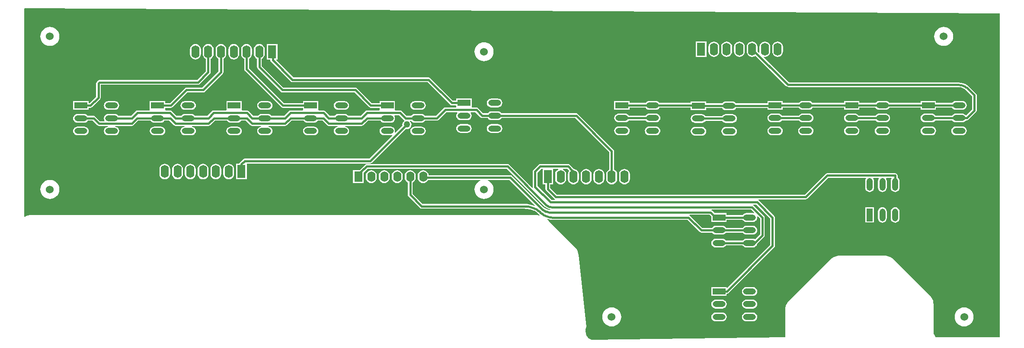
<source format=gbl>
%FSTAX23Y23*%
%MOIN*%
%SFA1B1*%

%IPPOS*%
%ADD22C,0.015750*%
%ADD23O,0.098430X0.047240*%
%ADD24R,0.098430X0.047240*%
%ADD25O,0.047240X0.098430*%
%ADD26R,0.047240X0.098430*%
%ADD27R,0.062990X0.098430*%
%ADD28O,0.062990X0.098430*%
%ADD29O,0.062990X0.078740*%
%ADD30R,0.062990X0.078740*%
%ADD31C,0.060000*%
%ADD32C,0.050000*%
%LNbutton_pad-1*%
%LPD*%
G36*
X08503Y02539D02*
Y00039D01*
X08011*
X08007Y00044*
X07999Y00055*
X07994Y00067*
X07992Y0008*
Y00086*
Y00295*
X07991Y00304*
X07988Y00322*
X0798Y0034*
X0797Y00355*
X07964Y00362*
X07686Y0064*
X07679Y00646*
X07663Y00657*
X07645Y00664*
X07625Y00668*
X07616Y00669*
X07265*
X07256Y00668*
X07236Y00664*
X07218Y00657*
X07202Y00646*
X07195Y0064*
X06879Y00324*
X06873Y00317*
X06862Y003*
X06854Y00282*
X0685Y00263*
X0685Y00253*
Y00039*
X05355Y0002*
X05349Y00023*
X05336Y00031*
X05326Y00041*
X05317Y00054*
X05312Y00068*
X05309Y00082*
X05309Y00097*
X05312Y00112*
X05315Y00119*
X05255Y00677*
X05254Y00686*
X05249Y00702*
X05242Y00717*
X05232Y00731*
X05226Y00737*
X05027Y00936*
X05022Y00942*
X05015Y00947*
X05017Y00952*
X05018Y00952*
X05039Y00947*
X05061Y00946*
Y00946*
X06096*
X06189Y00853*
Y00853*
X06195Y00849*
X06202Y00847*
X06284*
X06289Y00842*
X06296Y00836*
X06304Y00833*
X06312Y00832*
X06364*
X06372Y00833*
X06381Y00836*
X06388Y00842*
X06392Y00847*
X0652*
X06525Y00842*
X06532Y00836*
X0654Y00833*
X06549Y00832*
X066*
X06609Y00833*
X06617Y00836*
X06624Y00842*
X06629Y00849*
X06633Y00857*
X06634Y00866*
X06633Y00874*
X06629Y00883*
X06624Y0089*
X06617Y00895*
X06609Y00898*
X066Y009*
X06549*
X0654Y00898*
X06532Y00895*
X06525Y0089*
X0652Y00884*
X06392*
X06388Y0089*
X06381Y00895*
X06372Y00898*
X06364Y009*
X06312*
X06304Y00898*
X06296Y00895*
X06289Y0089*
X06284Y00884*
X06209*
X06116Y00977*
X06111Y0098*
X06112Y00985*
X06266*
X06279Y00972*
Y0093*
X06397*
Y00946*
X0652*
X06525Y0094*
X06532Y00935*
X0654Y00931*
X06549Y0093*
X066*
X06609Y00931*
X06617Y00935*
X06624Y0094*
X06629Y00947*
X06633Y00955*
X06634Y00964*
X06633Y00971*
X06638Y00973*
X06655Y00957*
Y00835*
X06616Y00797*
X06609Y008*
X066Y00801*
X06549*
X0654Y008*
X06532Y00797*
X06525Y00791*
X0652Y00785*
X06392*
X06388Y00791*
X06381Y00797*
X06372Y008*
X06364Y00801*
X06312*
X06304Y008*
X06296Y00797*
X06289Y00791*
X06283Y00784*
X0628Y00776*
X06279Y00767*
X0628Y00758*
X06283Y0075*
X06289Y00743*
X06296Y00738*
X06304Y00734*
X06312Y00733*
X06364*
X06372Y00734*
X06381Y00738*
X06388Y00743*
X06392Y00749*
X0652*
X06525Y00743*
X06532Y00738*
X0654Y00734*
X06549Y00733*
X066*
X06609Y00734*
X06617Y00738*
X06624Y00743*
X06629Y0075*
X06633Y00758*
X06633Y00762*
X06686Y00815*
X0669Y0082*
X06691Y00827*
Y00964*
X0669Y00971*
X06686Y00977*
X06607Y01056*
X06602Y01059*
X06603Y01064*
X06626*
X06733Y00957*
Y00753*
X06402Y00421*
X06397Y00423*
Y00427*
X06279*
Y0036*
X06397*
Y00371*
X064Y00375*
X06406Y00376*
X06412Y0038*
X06764Y00732*
X06768Y00738*
X0677Y00745*
Y00964*
X06768Y00971*
X06764Y00977*
X06646Y01095*
X06641Y01098*
X06642Y01103*
X07007*
X07014Y01105*
X0702Y01109*
X07181Y01269*
X0747*
X07472Y01265*
X0747Y01263*
X07467Y01254*
X07466Y01246*
Y01194*
X07467Y01186*
X0747Y01177*
X07476Y0117*
X07483Y01165*
X07491Y01162*
X075Y0116*
X07508Y01162*
X07516Y01165*
X07523Y0117*
X07529Y01177*
X07532Y01186*
X07533Y01194*
Y01246*
X07532Y01254*
X07529Y01263*
X07527Y01265*
X07529Y01269*
X07568*
X0757Y01265*
X07569Y01263*
X07565Y01254*
X07564Y01246*
Y01194*
X07565Y01186*
X07569Y01177*
X07574Y0117*
X07581Y01165*
X07589Y01162*
X07598Y0116*
X07607Y01162*
X07615Y01165*
X07622Y0117*
X07627Y01177*
X07631Y01186*
X07632Y01194*
Y01246*
X07631Y01254*
X07627Y01263*
X07626Y01265*
X07628Y01269*
X07667*
X07669Y01265*
X07667Y01263*
X07664Y01254*
X07662Y01246*
Y01194*
X07664Y01186*
X07667Y01177*
X07672Y0117*
X07679Y01165*
X07688Y01162*
X07696Y0116*
X07705Y01162*
X07713Y01165*
X0772Y0117*
X07726Y01177*
X07729Y01186*
X0773Y01194*
Y01246*
X07729Y01254*
X07726Y01263*
X0772Y0127*
X07715Y01274*
Y01288*
X07713Y01294*
X07709Y013*
X07703Y01304*
X07696Y01306*
X07173*
X07166Y01304*
X0716Y013*
X07Y0114*
X05088*
X05037Y01191*
Y0122*
X05061*
Y01335*
Y01338*
X05065Y0134*
X05099*
X051Y01335*
X05097Y01333*
X05088Y01326*
X05081Y01318*
X05077Y01308*
X05076Y01297*
Y01261*
X05077Y0125*
X05081Y0124*
X05088Y01232*
X05097Y01225*
X05107Y01221*
X05118Y01219*
X05128Y01221*
X05139Y01225*
X05147Y01232*
X05154Y0124*
X05158Y0125*
X05159Y01261*
Y01297*
X05158Y01308*
X05154Y01318*
X05147Y01326*
X05139Y01333*
X05135Y01335*
X05136Y0134*
X05169*
X05185Y01324*
X0518Y01318*
X05176Y01308*
X05174Y01297*
Y01261*
X05176Y0125*
X0518Y0124*
X05186Y01232*
X05195Y01225*
X05205Y01221*
X05216Y01219*
X05227Y01221*
X05237Y01225*
X05246Y01232*
X05252Y0124*
X05256Y0125*
X05258Y01261*
Y01297*
X05256Y01308*
X05252Y01318*
X05246Y01326*
X05237Y01333*
X05227Y01337*
X05222Y01338*
X0522Y0134*
X0519Y01371*
X05184Y01375*
X05177Y01376*
X0496*
X04953Y01375*
X04947Y01371*
X04908Y01331*
X04904Y01325*
X04903Y01318*
Y012*
X04903Y01197*
X04899Y01194*
X04722Y01371*
X04716Y01375*
X04709Y01376*
X03622*
X03615Y01375*
X03609Y01371*
X03569Y01331*
X03567Y01328*
X03516*
Y0123*
X03599*
Y01301*
X036Y01303*
Y0131*
X03629Y0134*
X04702*
X04983Y01058*
X04987Y01054*
X05002Y01042*
X0502Y01032*
X05038Y01027*
X05037Y01022*
X05025Y01023*
X0501Y01028*
X04995Y01035*
X04987Y01042*
X04983Y01046*
X0498Y01049*
X04744Y01284*
X04738Y01288*
X04731Y0129*
X04099*
X04098Y01298*
X04094Y01308*
X04087Y01317*
X04079Y01323*
X04069Y01327*
X04058Y01329*
X04047Y01327*
X04037Y01323*
X04028Y01317*
X04022Y01308*
X04017Y01298*
X04016Y01287*
Y01271*
X04017Y0126*
X04022Y0125*
X04028Y01242*
X04037Y01235*
X04047Y01231*
X04058Y01229*
X04069Y01231*
X04079Y01235*
X04087Y01242*
X04094Y0125*
X04095Y01253*
X04498*
X04499Y01248*
X04486Y01242*
X04475Y01232*
X04466Y01221*
X04459Y01209*
X04455Y01195*
X04454Y01181*
X04455Y01166*
X04459Y01153*
X04466Y0114*
X04475Y01129*
X04486Y0112*
X04499Y01113*
X04513Y01109*
X04527Y01107*
X04541Y01109*
X04555Y01113*
X04568Y0112*
X04579Y01129*
X04588Y0114*
X04595Y01153*
X04599Y01166*
X046Y01181*
X04599Y01195*
X04595Y01209*
X04588Y01221*
X04579Y01232*
X04568Y01242*
X04555Y01248*
X04556Y01253*
X04724*
X0492Y01057*
X04917Y01053*
X04911Y01055*
X04884Y01063*
X04856Y01068*
X04828Y01069*
Y01069*
X04054*
X03976Y01147*
Y01234*
X03979Y01235*
X03987Y01242*
X03994Y0125*
X03998Y0126*
X04Y01271*
Y01287*
X03998Y01298*
X03994Y01308*
X03987Y01317*
X03979Y01323*
X03969Y01327*
X03958Y01329*
X03947Y01327*
X03937Y01323*
X03928Y01317*
X03922Y01308*
X03917Y01298*
X03916Y01287*
Y01271*
X03917Y0126*
X03922Y0125*
X03928Y01242*
X03937Y01235*
X0394Y01234*
Y0114*
X03941Y01133*
X03945Y01127*
X04033Y01038*
X04039Y01034*
X04046Y01033*
X04828*
X04829Y01033*
X04856Y01031*
X04884Y01026*
X04906Y01018*
X0491Y01017*
X04915Y01015*
X04927Y01008*
X04939Y00999*
X04942Y00995*
X04956Y00983*
X04954Y00978*
X04952Y00979*
X04936Y00982*
X04921Y00984*
X04913Y00984*
X01031*
X01031*
X01025Y00983*
X01012Y00981*
X01Y00976*
X00989Y00969*
X00987Y00969*
X00984Y0097*
Y02575*
X00987Y02578*
X08503Y02539*
G37*
G36*
X04978Y01338D02*
Y01335D01*
Y0122*
X05001*
Y01183*
X05002Y01176*
X05006Y0117*
X05068Y01109*
X05073Y01105*
X05072Y011*
X05046*
X04939Y01208*
Y01311*
X04968Y0134*
X04973*
X04978Y01338*
G37*
G36*
X06609Y01002D02*
X06607Y00997D01*
X066Y00998*
X06549*
X0654Y00997*
X06532Y00993*
X06525Y00988*
X0652Y00982*
X06397*
Y00998*
X06305*
X06286Y01016*
X06281Y0102*
X06282Y01025*
X06586*
X06609Y01002*
G37*
%LNbutton_pad-2*%
%LPC*%
G36*
X0807Y02435D02*
X08056Y02434D01*
X08042Y02429*
X0803Y02423*
X08019Y02414*
X08009Y02402*
X08003Y0239*
X07998Y02376*
X07997Y02362*
X07998Y02347*
X08003Y02334*
X08009Y02321*
X08019Y0231*
X0803Y02301*
X08042Y02294*
X08056Y0229*
X0807Y02288*
X08085Y0229*
X08098Y02294*
X08111Y02301*
X08122Y0231*
X08131Y02321*
X08138Y02334*
X08142Y02347*
X08144Y02362*
X08142Y02376*
X08138Y0239*
X08131Y02402*
X08122Y02414*
X08111Y02423*
X08098Y02429*
X08085Y02434*
X0807Y02435*
G37*
G36*
X01181D02*
X01166Y02434D01*
X01153Y02429*
X0114Y02423*
X01129Y02414*
X0112Y02402*
X01113Y0239*
X01109Y02376*
X01107Y02362*
X01109Y02347*
X01113Y02334*
X0112Y02321*
X01129Y0231*
X0114Y02301*
X01153Y02294*
X01166Y0229*
X01181Y02288*
X01195Y0229*
X01209Y02294*
X01221Y02301*
X01232Y0231*
X01242Y02321*
X01248Y02334*
X01253Y02347*
X01254Y02362*
X01253Y02376*
X01248Y0239*
X01242Y02402*
X01232Y02414*
X01221Y02423*
X01209Y02429*
X01195Y02434*
X01181Y02435*
G37*
G36*
X06692Y02323D02*
X06682Y02321D01*
X06671Y02317*
X06663Y02311*
X06656Y02302*
X06652Y02292*
X06651Y02281*
Y02246*
X06651Y02239*
X06647Y02236*
X06636Y02247*
Y02281*
X06634Y02292*
X0663Y02302*
X06624Y02311*
X06615Y02317*
X06605Y02321*
X06594Y02323*
X06583Y02321*
X06573Y02317*
X06564Y02311*
X06558Y02302*
X06554Y02292*
X06552Y02281*
Y02246*
X06554Y02235*
X06558Y02225*
X06564Y02216*
X06573Y02209*
X06583Y02205*
X06594Y02204*
X06605Y02205*
X06615Y02209*
X06619Y02212*
X06843Y01989*
X06843Y01989*
X06853Y01981*
X06864Y01975*
X06876Y01971*
X06889Y0197*
X06889Y01969*
X08186*
X08187Y0197*
X08202Y01968*
X08217Y01963*
X08231Y01956*
X08243Y01946*
X08244Y01946*
X08288Y01901*
Y01798*
X08244Y01754*
X08239Y01754*
X08238Y01756*
X08231Y01761*
X08223Y01765*
X08214Y01766*
X08163*
X08154Y01765*
X08146Y01761*
X08139Y01756*
X08134Y0175*
X08006*
X08002Y01756*
X07995Y01761*
X07987Y01765*
X07978Y01766*
X07927*
X07918Y01765*
X0791Y01761*
X07903Y01756*
X07897Y01749*
X07894Y01741*
X07893Y01732*
X07894Y01723*
X07897Y01715*
X07903Y01708*
X0791Y01702*
X07918Y01699*
X07927Y01698*
X07978*
X07987Y01699*
X07995Y01702*
X08002Y01708*
X08006Y01714*
X08134*
X08139Y01708*
X08146Y01702*
X08154Y01699*
X08163Y01698*
X08214*
X08223Y01699*
X08231Y01702*
X08238Y01708*
X08243Y01714*
X08248*
X08255Y01716*
X08261Y0172*
X08319Y01778*
X08323Y01784*
X08325Y01791*
Y01908*
X08323Y01915*
X08319Y01921*
X08269Y01971*
X0827Y01971*
X08255Y01983*
X0824Y01993*
X08222Y02*
X08204Y02004*
X08186Y02006*
Y02006*
X06889*
X06889Y02006*
X06882Y02007*
X06875Y0201*
X06872Y02011*
X06869Y02015*
X06865Y02018*
X06683Y022*
X06685Y02205*
X06692Y02204*
X06703Y02205*
X06713Y02209*
X06722Y02216*
X06729Y02225*
X06733Y02235*
X06734Y02246*
Y02281*
X06733Y02292*
X06729Y02302*
X06722Y02311*
X06713Y02317*
X06703Y02321*
X06692Y02323*
G37*
G36*
X06242Y02322D02*
X06159D01*
Y02204*
X06242*
Y02322*
G37*
G36*
X06791Y02323D02*
X0678Y02321D01*
X0677Y02317*
X06761Y02311*
X06755Y02302*
X0675Y02292*
X06749Y02281*
Y02246*
X0675Y02235*
X06755Y02225*
X06761Y02216*
X0677Y02209*
X0678Y02205*
X06791Y02204*
X06802Y02205*
X06812Y02209*
X0682Y02216*
X06827Y02225*
X06831Y02235*
X06833Y02246*
Y02281*
X06831Y02292*
X06827Y02302*
X0682Y02311*
X06812Y02317*
X06802Y02321*
X06791Y02323*
G37*
G36*
X06496D02*
X06485Y02321D01*
X06475Y02317*
X06466Y02311*
X06459Y02302*
X06455Y02292*
X06454Y02281*
Y02246*
X06455Y02235*
X06459Y02225*
X06466Y02216*
X06475Y02209*
X06485Y02205*
X06496Y02204*
X06506Y02205*
X06516Y02209*
X06525Y02216*
X06532Y02225*
X06536Y02235*
X06537Y02246*
Y02281*
X06536Y02292*
X06532Y02302*
X06525Y02311*
X06516Y02317*
X06506Y02321*
X06496Y02323*
G37*
G36*
X06397D02*
X06386Y02321D01*
X06376Y02317*
X06368Y02311*
X06361Y02302*
X06357Y02292*
X06355Y02281*
Y02246*
X06357Y02235*
X06361Y02225*
X06368Y02216*
X06376Y02209*
X06386Y02205*
X06397Y02204*
X06408Y02205*
X06418Y02209*
X06427Y02216*
X06433Y02225*
X06438Y02235*
X06439Y02246*
Y02281*
X06438Y02292*
X06433Y02302*
X06427Y02311*
X06418Y02317*
X06408Y02321*
X06397Y02323*
G37*
G36*
X06299D02*
X06288Y02321D01*
X06278Y02317*
X06269Y02311*
X06262Y02302*
X06258Y02292*
X06257Y02281*
Y02246*
X06258Y02235*
X06262Y02225*
X06269Y02216*
X06278Y02209*
X06288Y02205*
X06299Y02204*
X0631Y02205*
X0632Y02209*
X06328Y02216*
X06335Y02225*
X06339Y02235*
X06341Y02246*
Y02281*
X06339Y02292*
X06335Y02302*
X06328Y02311*
X0632Y02317*
X0631Y02321*
X06299Y02323*
G37*
G36*
X02598Y02303D02*
X02587Y02302D01*
X02577Y02298*
X02568Y02291*
X02562Y02282*
X02558Y02272*
X02556Y02261*
Y02226*
X02558Y02215*
X02562Y02205*
X02568Y02196*
X02577Y0219*
X02587Y02185*
X02598Y02184*
X02609Y02185*
X02619Y0219*
X02628Y02196*
X02634Y02205*
X02638Y02215*
X0264Y02226*
Y02261*
X02638Y02272*
X02634Y02282*
X02628Y02291*
X02619Y02298*
X02609Y02302*
X02598Y02303*
G37*
G36*
X02303D02*
X02292Y02302D01*
X02282Y02298*
X02273Y02291*
X02266Y02282*
X02262Y02272*
X02261Y02261*
Y02226*
X02262Y02215*
X02266Y02205*
X02273Y02196*
X02282Y0219*
X02292Y02185*
X02303Y02184*
X02313Y02185*
X02324Y0219*
X02332Y02196*
X02339Y02205*
X02343Y02215*
X02345Y02226*
Y02261*
X02343Y02272*
X02339Y02282*
X02332Y02291*
X02324Y02298*
X02313Y02302*
X02303Y02303*
G37*
G36*
X04527Y02317D02*
X04513Y02316D01*
X04499Y02311*
X04486Y02305*
X04475Y02295*
X04466Y02284*
X04459Y02272*
X04455Y02258*
X04454Y02244*
X04455Y02229*
X04459Y02216*
X04466Y02203*
X04475Y02192*
X04486Y02183*
X04499Y02176*
X04513Y02172*
X04527Y0217*
X04541Y02172*
X04555Y02176*
X04568Y02183*
X04579Y02192*
X04588Y02203*
X04595Y02216*
X04599Y02229*
X046Y02244*
X04599Y02258*
X04595Y02272*
X04588Y02284*
X04579Y02295*
X04568Y02305*
X04555Y02311*
X04541Y02316*
X04527Y02317*
G37*
G36*
X02401Y02303D02*
X0239Y02302D01*
X0238Y02298*
X02371Y02291*
X02365Y02282*
X02361Y02272*
X02359Y02261*
Y02226*
X02361Y02215*
X02365Y02205*
X02371Y02196*
X0238Y0219*
X02383Y02189*
Y02094*
X02315Y02026*
X01564*
X01557Y02024*
X01551Y0202*
X01542Y02011*
X01538Y02005*
X01536Y01998*
Y01897*
X01486Y01847*
X01479*
Y01862*
X01361*
Y01795*
X01479*
Y0181*
X01494*
X01501Y01812*
X01507Y01816*
X01568Y01876*
X01571Y01882*
X01573Y01889*
Y01989*
X02322*
X02329Y01991*
X02335Y01994*
X02414Y02073*
X02418Y02079*
X02419Y02086*
Y02189*
X02422Y0219*
X02431Y02196*
X02437Y02205*
X02442Y02215*
X02443Y02226*
Y02261*
X02442Y02272*
X02437Y02282*
X02431Y02291*
X02422Y02298*
X02412Y02302*
X02401Y02303*
G37*
G36*
X08214Y01864D02*
X08163D01*
X08154Y01863*
X08146Y0186*
X08139Y01854*
X08134Y01848*
X08011*
Y01864*
X07893*
Y01848*
X07652*
X07648Y01854*
X0764Y0186*
X07632Y01863*
X07624Y01864*
X07572*
X07564Y01863*
X07555Y0186*
X07548Y01854*
X07544Y01848*
X07421*
Y01864*
X07302*
Y01848*
X07061*
X07057Y01854*
X0705Y0186*
X07042Y01863*
X07033Y01864*
X06982*
X06973Y01863*
X06965Y0186*
X06958Y01854*
X06953Y01848*
X0683*
Y01864*
X06712*
Y01845*
X06471*
X06466Y0185*
X06459Y01856*
X06451Y01859*
X06442Y0186*
X06391*
X06382Y01859*
X06374Y01856*
X06367Y0185*
X06363Y01845*
X0624*
Y0186*
X06121*
Y01848*
X0588*
X05876Y01854*
X05869Y0186*
X05861Y01863*
X05852Y01864*
X05801*
X05792Y01863*
X05784Y0186*
X05777Y01854*
X05772Y01848*
X05649*
Y01864*
X05531*
Y01797*
X05649*
Y01812*
X05772*
X05777Y01806*
X05784Y01801*
X05792Y01797*
X05801Y01796*
X05852*
X05861Y01797*
X05869Y01801*
X05876Y01806*
X0588Y01812*
X06121*
Y01793*
X0624*
Y01808*
X06363*
X06367Y01802*
X06374Y01797*
X06382Y01794*
X06391Y01792*
X06442*
X06451Y01794*
X06459Y01797*
X06466Y01802*
X06471Y01808*
X06712*
Y01797*
X0683*
Y01812*
X06953*
X06958Y01806*
X06965Y01801*
X06973Y01797*
X06982Y01796*
X07033*
X07042Y01797*
X0705Y01801*
X07057Y01806*
X07061Y01812*
X07302*
Y01797*
X07421*
Y01812*
X07544*
X07548Y01806*
X07555Y01801*
X07564Y01797*
X07572Y01796*
X07624*
X07632Y01797*
X0764Y01801*
X07648Y01806*
X07652Y01812*
X07893*
Y01797*
X08011*
Y01812*
X08134*
X08139Y01806*
X08146Y01801*
X08154Y01797*
X08163Y01796*
X08214*
X08223Y01797*
X08231Y01801*
X08238Y01806*
X08243Y01813*
X08247Y01821*
X08248Y0183*
X08247Y01839*
X08243Y01847*
X08238Y01854*
X08231Y0186*
X08223Y01863*
X08214Y01864*
G37*
G36*
X04634Y01882D02*
X04583D01*
X04574Y01881*
X04566Y01878*
X04559Y01872*
X04554Y01865*
X0455Y01857*
X04549Y01848*
X0455Y01839*
X04554Y01831*
X04559Y01824*
X04566Y01819*
X04574Y01815*
X04583Y01814*
X04634*
X04643Y01815*
X04651Y01819*
X04658Y01824*
X04664Y01831*
X04667Y01839*
X04668Y01848*
X04667Y01857*
X04664Y01865*
X04658Y01872*
X04651Y01878*
X04643Y01881*
X04634Y01882*
G37*
G36*
X04044Y01862D02*
X03993D01*
X03984Y01861*
X03976Y01858*
X03969Y01853*
X03963Y01845*
X0396Y01837*
X03959Y01829*
X0396Y0182*
X03963Y01812*
X03969Y01805*
X03976Y01799*
X03984Y01796*
X03993Y01795*
X04044*
X04053Y01796*
X04061Y01799*
X04068Y01805*
X04073Y01812*
X04077Y0182*
X04078Y01829*
X04077Y01837*
X04073Y01845*
X04068Y01853*
X04061Y01858*
X04053Y01861*
X04044Y01862*
G37*
G36*
X03453D02*
X03402D01*
X03393Y01861*
X03385Y01858*
X03378Y01853*
X03373Y01845*
X03369Y01837*
X03368Y01829*
X03369Y0182*
X03373Y01812*
X03378Y01805*
X03385Y01799*
X03393Y01796*
X03402Y01795*
X03453*
X03462Y01796*
X0347Y01799*
X03477Y01805*
X03483Y01812*
X03486Y0182*
X03487Y01829*
X03486Y01837*
X03483Y01845*
X03477Y01853*
X0347Y01858*
X03462Y01861*
X03453Y01862*
G37*
G36*
X02863D02*
X02811D01*
X02803Y01861*
X02795Y01858*
X02788Y01853*
X02782Y01845*
X02779Y01837*
X02778Y01829*
X02779Y0182*
X02782Y01812*
X02788Y01805*
X02795Y01799*
X02803Y01796*
X02811Y01795*
X02863*
X02871Y01796*
X0288Y01799*
X02887Y01805*
X02892Y01812*
X02895Y0182*
X02897Y01829*
X02895Y01837*
X02892Y01845*
X02887Y01853*
X0288Y01858*
X02871Y01861*
X02863Y01862*
G37*
G36*
X02272D02*
X02221D01*
X02212Y01861*
X02204Y01858*
X02197Y01853*
X02192Y01845*
X02188Y01837*
X02187Y01829*
X02188Y0182*
X02192Y01812*
X02197Y01805*
X02204Y01799*
X02212Y01796*
X02221Y01795*
X02272*
X02281Y01796*
X02289Y01799*
X02296Y01805*
X02301Y01812*
X02305Y0182*
X02306Y01829*
X02305Y01837*
X02301Y01845*
X02296Y01853*
X02289Y01858*
X02281Y01861*
X02272Y01862*
G37*
G36*
X01682D02*
X0163D01*
X01622Y01861*
X01613Y01858*
X01606Y01853*
X01601Y01845*
X01598Y01837*
X01596Y01829*
X01598Y0182*
X01601Y01812*
X01606Y01805*
X01613Y01799*
X01622Y01796*
X0163Y01795*
X01682*
X0169Y01796*
X01699Y01799*
X01706Y01805*
X01711Y01812*
X01714Y0182*
X01715Y01829*
X01714Y01837*
X01711Y01845*
X01706Y01853*
X01699Y01858*
X0169Y01861*
X01682Y01862*
G37*
G36*
X02795Y02303D02*
X02784Y02302D01*
X02774Y02298*
X02765Y02291*
X02759Y02282*
X02754Y02272*
X02753Y02261*
Y02226*
X02754Y02215*
X02759Y02205*
X02765Y02196*
X02774Y0219*
X02777Y02189*
Y02125*
X02778Y02119*
X02782Y02113*
X02959Y01935*
X02965Y01931*
X02972Y0193*
X03527*
X03642Y01816*
X03648Y01812*
X03654Y0181*
X03723*
Y01796*
Y01795*
X03721Y01791*
X03626*
X03619Y01789*
X03613Y01785*
X03576Y01748*
X03482*
X03477Y01754*
X0347Y01759*
X03462Y01763*
X03453Y01764*
X03402*
X03393Y01763*
X03385Y01759*
X03378Y01754*
X03374Y01748*
X03338*
X03301Y01785*
X03295Y01789*
X03289Y01791*
X03253*
X03251Y01795*
Y01796*
Y01862*
X03132*
Y01847*
X02985*
X02715Y02117*
Y02189*
X02717Y0219*
X02726Y02196*
X02733Y02205*
X02737Y02215*
X02738Y02226*
Y02261*
X02737Y02272*
X02733Y02282*
X02726Y02291*
X02717Y02298*
X02707Y02302*
X02696Y02303*
X02686Y02302*
X02675Y02298*
X02667Y02291*
X0266Y02282*
X02656Y02272*
X02655Y02261*
Y02226*
X02656Y02215*
X0266Y02205*
X02667Y02196*
X02675Y0219*
X02678Y02189*
Y0211*
X0268Y02103*
X02683Y02097*
X02965Y01816*
X02971Y01812*
X02977Y0181*
X03132*
Y01796*
Y01795*
X0313Y01791*
X03035*
X03028Y01789*
X03022Y01785*
X02985Y01748*
X02891*
X02887Y01754*
X0288Y01759*
X02871Y01763*
X02863Y01764*
X02811*
X02803Y01763*
X02795Y01759*
X02788Y01754*
X02783Y01748*
X02748*
X02711Y01785*
X02705Y01789*
X02699Y01791*
X02662*
X0266Y01795*
Y01796*
Y01862*
X02542*
Y01796*
Y01795*
X0254Y01791*
X02444*
X02437Y01789*
X02431Y01785*
X02394Y01748*
X02301*
X02296Y01754*
X02289Y01759*
X02281Y01763*
X02272Y01764*
X02221*
X02212Y01763*
X02204Y01759*
X02197Y01754*
X02193Y01748*
X02157*
X0212Y01785*
X02114Y01789*
X02107Y01791*
X02072*
X0207Y01795*
Y01796*
Y0181*
X02113*
X02119Y01812*
X02125Y01816*
X0224Y0193*
X02362*
X02362*
X02369Y01931*
X02375Y01935*
X02512Y02073*
X02516Y02079*
X02518Y02086*
Y02086*
Y02189*
X0252Y0219*
X02529Y02196*
X02536Y02205*
X0254Y02215*
X02541Y02226*
Y02261*
X0254Y02272*
X02536Y02282*
X02529Y02291*
X0252Y02298*
X0251Y02302*
X025Y02303*
X02489Y02302*
X02479Y02298*
X0247Y02291*
X02463Y02282*
X02459Y02272*
X02458Y02261*
Y02226*
X02459Y02215*
X02463Y02205*
X0247Y02196*
X02479Y0219*
X02481Y02189*
Y02094*
X02354Y01967*
X02232*
X02225Y01965*
X02219Y01961*
X02105Y01847*
X0207*
Y01862*
X01951*
Y01796*
Y01795*
X01949Y01791*
X01855*
X01848Y01789*
X01842Y01785*
X01805Y01748*
X0171*
X01706Y01754*
X01699Y01759*
X0169Y01763*
X01682Y01764*
X0163*
X01622Y01763*
X01613Y01759*
X01606Y01754*
X01601Y01747*
X01598Y01739*
X01596Y0173*
X01598Y01721*
X01601Y01713*
X01602Y01711*
X016Y01707*
X01567*
X01531Y01743*
X01525Y01747*
X01518Y01748*
X01474*
X01469Y01754*
X01462Y01759*
X01454Y01763*
X01445Y01764*
X01394*
X01385Y01763*
X01377Y01759*
X0137Y01754*
X01365Y01747*
X01361Y01739*
X0136Y0173*
X01361Y01721*
X01365Y01713*
X0137Y01706*
X01377Y01701*
X01385Y01697*
X01394Y01696*
X01445*
X01454Y01697*
X01462Y01701*
X01469Y01706*
X01474Y01712*
X0151*
X01547Y01676*
X01553Y01672*
X0156Y0167*
X01628*
X01628Y01665*
X01622Y01664*
X01613Y01661*
X01606Y01656*
X01601Y01649*
X01598Y0164*
X01596Y01632*
X01598Y01623*
X01601Y01615*
X01606Y01608*
X01613Y01602*
X01622Y01599*
X0163Y01598*
X01682*
X0169Y01599*
X01699Y01602*
X01706Y01608*
X01711Y01615*
X01714Y01623*
X01715Y01632*
X01714Y0164*
X01711Y01649*
X01706Y01656*
X01699Y01661*
X0169Y01664*
X01684Y01665*
X01684Y0167*
X01812*
X01819Y01672*
X01825Y01676*
X01861Y01712*
X01956*
X01961Y01706*
X01968Y01701*
X01976Y01697*
X01985Y01696*
X02036*
X02045Y01697*
X02053Y01701*
X0206Y01706*
X02064Y01712*
X021*
X02136Y01676*
X02142Y01672*
X02149Y0167*
X02218*
X02219Y01665*
X02212Y01664*
X02204Y01661*
X02197Y01656*
X02192Y01649*
X02188Y0164*
X02187Y01632*
X02188Y01623*
X02192Y01615*
X02197Y01608*
X02204Y01602*
X02212Y01599*
X02221Y01598*
X02272*
X02281Y01599*
X02289Y01602*
X02296Y01608*
X02301Y01615*
X02305Y01623*
X02306Y01632*
X02305Y0164*
X02301Y01649*
X02296Y01656*
X02289Y01661*
X02281Y01664*
X02274Y01665*
X02275Y0167*
X02404*
X0241Y01672*
X02416Y01676*
X02453Y01712*
X02547*
X02551Y01706*
X02558Y01701*
X02566Y01697*
X02575Y01696*
X02626*
X02635Y01697*
X02643Y01701*
X0265Y01706*
X02655Y01712*
X0269*
X02726Y01676*
X02732Y01672*
X02739Y0167*
X02809*
X02809Y01665*
X02803Y01664*
X02795Y01661*
X02788Y01656*
X02782Y01649*
X02779Y0164*
X02778Y01632*
X02779Y01623*
X02782Y01615*
X02788Y01608*
X02795Y01602*
X02803Y01599*
X02811Y01598*
X02863*
X02871Y01599*
X0288Y01602*
X02887Y01608*
X02892Y01615*
X02895Y01623*
X02897Y01632*
X02895Y0164*
X02892Y01649*
X02887Y01656*
X0288Y01661*
X02871Y01664*
X02865Y01665*
X02865Y0167*
X02994*
X03Y01672*
X03006Y01676*
X03043Y01712*
X03137*
X03142Y01706*
X03149Y01701*
X03157Y01697*
X03166Y01696*
X03217*
X03226Y01697*
X03234Y01701*
X03241Y01706*
X03245Y01712*
X03281*
X03318Y01676*
X03324Y01672*
X03331Y0167*
X03399*
X034Y01665*
X03393Y01664*
X03385Y01661*
X03378Y01656*
X03373Y01649*
X03369Y0164*
X03368Y01632*
X03369Y01623*
X03373Y01615*
X03378Y01608*
X03385Y01602*
X03393Y01599*
X03402Y01598*
X03453*
X03462Y01599*
X0347Y01602*
X03477Y01608*
X03483Y01615*
X03486Y01623*
X03487Y01632*
X03486Y0164*
X03483Y01649*
X03477Y01656*
X0347Y01661*
X03462Y01664*
X03455Y01665*
X03456Y0167*
X03584*
X03591Y01672*
X03597Y01676*
X03633Y01712*
X03728*
X03732Y01706*
X03739Y01701*
X03748Y01697*
X03756Y01696*
X03808*
X03816Y01697*
X03825Y01701*
X03832Y01706*
X03837Y01713*
X0384Y01721*
X03841Y0173*
X0384Y01739*
X03837Y01747*
X03835Y01749*
X03838Y01754*
X03872*
X03909Y01717*
X03911Y01716*
X03912Y0171*
X03908Y01706*
X03902Y01699*
X03898Y01691*
X03897Y01682*
X03898Y01673*
X03844Y01619*
X0384Y01622*
X0384Y01623*
X03841Y01632*
X0384Y0164*
X03837Y01649*
X03832Y01656*
X03825Y01661*
X03816Y01664*
X03808Y01666*
X03756*
X03748Y01664*
X03739Y01661*
X03732Y01656*
X03727Y01649*
X03724Y0164*
X03722Y01632*
X03724Y01623*
X03727Y01615*
X03732Y01608*
X03739Y01602*
X03748Y01599*
X03756Y01598*
X03808*
X03816Y01599*
X03818Y01599*
X0382Y01595*
X03643Y01418*
X02682*
X02675Y01416*
X02669Y01412*
X02644Y01387*
X0264Y01381*
X02639Y01378*
X02615*
Y01259*
X02698*
Y01378*
X02702Y01381*
X03651*
X03657Y01383*
X03663Y01387*
X03924Y01647*
X03933Y01646*
X03942Y01647*
X0395Y01651*
X03957Y01657*
X03963Y01664*
X03967Y01672*
X03968Y01682*
X03967Y01691*
X03963Y01699*
X03957Y01706*
X03957Y01707*
X03958Y01712*
X03964*
X03969Y01706*
X03976Y01701*
X03984Y01697*
X03993Y01696*
X04044*
X04053Y01697*
X04061Y01701*
X04068Y01706*
X04072Y01712*
X04163*
X04169Y01713*
X04175Y01717*
X04235Y01777*
X0432*
X04322Y01772*
X04318Y01767*
X04314Y01759*
X04313Y0175*
X04314Y01741*
X04318Y01733*
X04323Y01726*
X0433Y0172*
X04338Y01717*
X04347Y01716*
X04398*
X04407Y01717*
X04415Y0172*
X04422Y01726*
X04427Y01733*
X04431Y01741*
X04432Y0175*
X04431Y01759*
X04427Y01767*
X04423Y01772*
X04425Y01777*
X0446*
X045Y01737*
X04506Y01733*
X04513Y01732*
X04555*
X04559Y01726*
X04566Y0172*
X04574Y01717*
X04583Y01716*
X04634*
X04643Y01717*
X04651Y0172*
X04658Y01726*
X04663Y01732*
X0523*
X05493Y01469*
Y01334*
X0549Y01333*
X05482Y01326*
X05475Y01318*
X05471Y01308*
X05469Y01297*
Y01261*
X05471Y0125*
X05475Y0124*
X05482Y01232*
X0549Y01225*
X055Y01221*
X05511Y01219*
X05522Y01221*
X05532Y01225*
X05541Y01232*
X05548Y0124*
X05552Y0125*
X05553Y01261*
Y01297*
X05552Y01308*
X05548Y01318*
X05541Y01326*
X05532Y01333*
X0553Y01334*
Y01477*
X05528Y01483*
X05524Y01489*
X05251Y01763*
X05245Y01767*
X05238Y01768*
X04663*
X04658Y01774*
X04651Y01779*
X04643Y01783*
X04634Y01784*
X04583*
X04574Y01783*
X04566Y01779*
X04559Y01774*
X04555Y01768*
X04521*
X0448Y01808*
X04474Y01812*
X04468Y01814*
X04436*
X04432Y01815*
Y01819*
Y01882*
X04313*
Y01866*
X04287*
X04114Y0204*
X04108Y02044*
X04101Y02045*
X03058*
X02924Y0218*
X02926Y02184*
X02935*
Y02303*
X02852*
Y02184*
X02878*
X0288Y0218*
X02881Y02173*
X02885Y02167*
X03038Y02014*
X03038*
X03044Y0201*
X03051Y02009*
X04093*
X04267Y01835*
X04273Y01831*
X0428Y0183*
X0431*
X04313Y01826*
Y01815*
X04309Y01814*
X04228*
X04221Y01812*
X04215Y01808*
X04155Y01748*
X04072*
X04068Y01754*
X04061Y01759*
X04053Y01763*
X04044Y01764*
X03993*
X03984Y01763*
X03976Y01759*
X03969Y01754*
X03964Y01748*
X03929*
X03892Y01785*
X03886Y01789*
X0388Y01791*
X03843*
X03841Y01795*
Y01796*
Y01862*
X03723*
Y01847*
X03662*
X03548Y01961*
X03542Y01965*
X03535Y01967*
X02979*
X02813Y02133*
Y02189*
X02816Y0219*
X02824Y02196*
X02831Y02205*
X02835Y02215*
X02837Y02226*
Y02261*
X02835Y02272*
X02831Y02282*
X02824Y02291*
X02816Y02298*
X02806Y02302*
X02795Y02303*
G37*
G36*
X07624Y01766D02*
X07572D01*
X07564Y01765*
X07555Y01761*
X07548Y01756*
X07544Y0175*
X07416*
X07411Y01756*
X07404Y01761*
X07396Y01765*
X07387Y01766*
X07336*
X07327Y01765*
X07319Y01761*
X07312Y01756*
X07307Y01749*
X07303Y01741*
X07302Y01732*
X07303Y01723*
X07307Y01715*
X07312Y01708*
X07319Y01702*
X07327Y01699*
X07336Y01698*
X07387*
X07396Y01699*
X07404Y01702*
X07411Y01708*
X07416Y01714*
X07544*
X07548Y01708*
X07555Y01702*
X07564Y01699*
X07572Y01698*
X07624*
X07632Y01699*
X0764Y01702*
X07648Y01708*
X07653Y01715*
X07656Y01723*
X07657Y01732*
X07656Y01741*
X07653Y01749*
X07648Y01756*
X0764Y01761*
X07632Y01765*
X07624Y01766*
G37*
G36*
X07033D02*
X06982D01*
X06973Y01765*
X06965Y01761*
X06958Y01756*
X06953Y0175*
X06825*
X06821Y01756*
X06814Y01761*
X06806Y01765*
X06797Y01766*
X06746*
X06737Y01765*
X06729Y01761*
X06722Y01756*
X06716Y01749*
X06713Y01741*
X06712Y01732*
X06713Y01723*
X06716Y01715*
X06722Y01708*
X06729Y01702*
X06737Y01699*
X06746Y01698*
X06797*
X06806Y01699*
X06814Y01702*
X06821Y01708*
X06825Y01714*
X06953*
X06958Y01708*
X06965Y01702*
X06973Y01699*
X06982Y01698*
X07033*
X07042Y01699*
X0705Y01702*
X07057Y01708*
X07062Y01715*
X07066Y01723*
X07067Y01732*
X07066Y01741*
X07062Y01749*
X07057Y01756*
X0705Y01761*
X07042Y01765*
X07033Y01766*
G37*
G36*
X05852D02*
X05801D01*
X05792Y01765*
X05784Y01761*
X05777Y01756*
X05772Y0175*
X05644*
X0564Y01756*
X05633Y01761*
X05624Y01765*
X05616Y01766*
X05564*
X05556Y01765*
X05548Y01761*
X0554Y01756*
X05535Y01749*
X05532Y01741*
X05531Y01732*
X05532Y01723*
X05535Y01715*
X0554Y01708*
X05548Y01702*
X05556Y01699*
X05564Y01698*
X05616*
X05624Y01699*
X05633Y01702*
X0564Y01708*
X05644Y01714*
X05772*
X05777Y01708*
X05784Y01702*
X05792Y01699*
X05801Y01698*
X05852*
X05861Y01699*
X05869Y01702*
X05876Y01708*
X05881Y01715*
X05885Y01723*
X05886Y01732*
X05885Y01741*
X05881Y01749*
X05876Y01756*
X05869Y01761*
X05861Y01765*
X05852Y01766*
G37*
G36*
X06442Y01762D02*
X06391D01*
X06382Y01761*
X06374Y01757*
X06367Y01752*
X06363Y01746*
X06235*
X0623Y01752*
X06223Y01757*
X06215Y01761*
X06206Y01762*
X06155*
X06146Y01761*
X06138Y01757*
X06131Y01752*
X06126Y01745*
X06122Y01737*
X06121Y01728*
X06122Y01719*
X06126Y01711*
X06131Y01704*
X06138Y01698*
X06146Y01695*
X06155Y01694*
X06206*
X06215Y01695*
X06223Y01698*
X0623Y01704*
X06235Y0171*
X06363*
X06367Y01704*
X06374Y01698*
X06382Y01695*
X06391Y01694*
X06442*
X06451Y01695*
X06459Y01698*
X06466Y01704*
X06472Y01711*
X06475Y01719*
X06476Y01728*
X06475Y01737*
X06472Y01745*
X06466Y01752*
X06459Y01757*
X06451Y01761*
X06442Y01762*
G37*
G36*
X04634Y01685D02*
X04583D01*
X04574Y01684*
X04566Y01681*
X04559Y01675*
X04554Y01668*
X0455Y0166*
X04549Y01651*
X0455Y01643*
X04554Y01634*
X04559Y01627*
X04566Y01622*
X04574Y01619*
X04583Y01617*
X04634*
X04643Y01619*
X04651Y01622*
X04658Y01627*
X04664Y01634*
X04667Y01643*
X04668Y01651*
X04667Y0166*
X04664Y01668*
X04658Y01675*
X04651Y01681*
X04643Y01684*
X04634Y01685*
G37*
G36*
X04398D02*
X04347D01*
X04338Y01684*
X0433Y01681*
X04323Y01675*
X04318Y01668*
X04314Y0166*
X04313Y01651*
X04314Y01643*
X04318Y01634*
X04323Y01627*
X0433Y01622*
X04338Y01619*
X04347Y01617*
X04398*
X04407Y01619*
X04415Y01622*
X04422Y01627*
X04427Y01634*
X04431Y01643*
X04432Y01651*
X04431Y0166*
X04427Y01668*
X04422Y01675*
X04415Y01681*
X04407Y01684*
X04398Y01685*
G37*
G36*
X08214Y01667D02*
X08163D01*
X08154Y01666*
X08146Y01663*
X08139Y01657*
X08134Y0165*
X0813Y01642*
X08129Y01633*
X0813Y01625*
X08134Y01616*
X08139Y01609*
X08146Y01604*
X08154Y01601*
X08163Y01599*
X08214*
X08223Y01601*
X08231Y01604*
X08238Y01609*
X08243Y01616*
X08247Y01625*
X08248Y01633*
X08247Y01642*
X08243Y0165*
X08238Y01657*
X08231Y01663*
X08223Y01666*
X08214Y01667*
G37*
G36*
X07978D02*
X07927D01*
X07918Y01666*
X0791Y01663*
X07903Y01657*
X07897Y0165*
X07894Y01642*
X07893Y01633*
X07894Y01625*
X07897Y01616*
X07903Y01609*
X0791Y01604*
X07918Y01601*
X07927Y01599*
X07978*
X07987Y01601*
X07995Y01604*
X08002Y01609*
X08007Y01616*
X08011Y01625*
X08012Y01633*
X08011Y01642*
X08007Y0165*
X08002Y01657*
X07995Y01663*
X07987Y01666*
X07978Y01667*
G37*
G36*
X07624D02*
X07572D01*
X07564Y01666*
X07555Y01663*
X07548Y01657*
X07543Y0165*
X0754Y01642*
X07538Y01633*
X0754Y01625*
X07543Y01616*
X07548Y01609*
X07555Y01604*
X07564Y01601*
X07572Y01599*
X07624*
X07632Y01601*
X0764Y01604*
X07648Y01609*
X07653Y01616*
X07656Y01625*
X07657Y01633*
X07656Y01642*
X07653Y0165*
X07648Y01657*
X0764Y01663*
X07632Y01666*
X07624Y01667*
G37*
G36*
X07387D02*
X07336D01*
X07327Y01666*
X07319Y01663*
X07312Y01657*
X07307Y0165*
X07303Y01642*
X07302Y01633*
X07303Y01625*
X07307Y01616*
X07312Y01609*
X07319Y01604*
X07327Y01601*
X07336Y01599*
X07387*
X07396Y01601*
X07404Y01604*
X07411Y01609*
X07417Y01616*
X0742Y01625*
X07421Y01633*
X0742Y01642*
X07417Y0165*
X07411Y01657*
X07404Y01663*
X07396Y01666*
X07387Y01667*
G37*
G36*
X07033D02*
X06982D01*
X06973Y01666*
X06965Y01663*
X06958Y01657*
X06952Y0165*
X06949Y01642*
X06948Y01633*
X06949Y01625*
X06952Y01616*
X06958Y01609*
X06965Y01604*
X06973Y01601*
X06982Y01599*
X07033*
X07042Y01601*
X0705Y01604*
X07057Y01609*
X07062Y01616*
X07066Y01625*
X07067Y01633*
X07066Y01642*
X07062Y0165*
X07057Y01657*
X0705Y01663*
X07042Y01666*
X07033Y01667*
G37*
G36*
X06797D02*
X06746D01*
X06737Y01666*
X06729Y01663*
X06722Y01657*
X06716Y0165*
X06713Y01642*
X06712Y01633*
X06713Y01625*
X06716Y01616*
X06722Y01609*
X06729Y01604*
X06737Y01601*
X06746Y01599*
X06797*
X06806Y01601*
X06814Y01604*
X06821Y01609*
X06826Y01616*
X0683Y01625*
X06831Y01633*
X0683Y01642*
X06826Y0165*
X06821Y01657*
X06814Y01663*
X06806Y01666*
X06797Y01667*
G37*
G36*
X05852D02*
X05801D01*
X05792Y01666*
X05784Y01663*
X05777Y01657*
X05771Y0165*
X05768Y01642*
X05767Y01633*
X05768Y01625*
X05771Y01616*
X05777Y01609*
X05784Y01604*
X05792Y01601*
X05801Y01599*
X05852*
X05861Y01601*
X05869Y01604*
X05876Y01609*
X05881Y01616*
X05885Y01625*
X05886Y01633*
X05885Y01642*
X05881Y0165*
X05876Y01657*
X05869Y01663*
X05861Y01666*
X05852Y01667*
G37*
G36*
X05616D02*
X05564D01*
X05556Y01666*
X05548Y01663*
X0554Y01657*
X05535Y0165*
X05532Y01642*
X05531Y01633*
X05532Y01625*
X05535Y01616*
X0554Y01609*
X05548Y01604*
X05556Y01601*
X05564Y01599*
X05616*
X05624Y01601*
X05633Y01604*
X0564Y01609*
X05645Y01616*
X05648Y01625*
X0565Y01633*
X05648Y01642*
X05645Y0165*
X0564Y01657*
X05633Y01663*
X05624Y01666*
X05616Y01667*
G37*
G36*
X04044Y01666D02*
X03993D01*
X03984Y01664*
X03976Y01661*
X03969Y01656*
X03963Y01649*
X0396Y0164*
X03959Y01632*
X0396Y01623*
X03963Y01615*
X03969Y01608*
X03976Y01602*
X03984Y01599*
X03993Y01598*
X04044*
X04053Y01599*
X04061Y01602*
X04068Y01608*
X04073Y01615*
X04077Y01623*
X04078Y01632*
X04077Y0164*
X04073Y01649*
X04068Y01656*
X04061Y01661*
X04053Y01664*
X04044Y01666*
G37*
G36*
X03217D02*
X03166D01*
X03157Y01664*
X03149Y01661*
X03142Y01656*
X03136Y01649*
X03133Y0164*
X03132Y01632*
X03133Y01623*
X03136Y01615*
X03142Y01608*
X03149Y01602*
X03157Y01599*
X03166Y01598*
X03217*
X03226Y01599*
X03234Y01602*
X03241Y01608*
X03246Y01615*
X0325Y01623*
X03251Y01632*
X0325Y0164*
X03246Y01649*
X03241Y01656*
X03234Y01661*
X03226Y01664*
X03217Y01666*
G37*
G36*
X02626D02*
X02575D01*
X02566Y01664*
X02558Y01661*
X02551Y01656*
X02546Y01649*
X02543Y0164*
X02541Y01632*
X02543Y01623*
X02546Y01615*
X02551Y01608*
X02558Y01602*
X02566Y01599*
X02575Y01598*
X02626*
X02635Y01599*
X02643Y01602*
X0265Y01608*
X02656Y01615*
X02659Y01623*
X0266Y01632*
X02659Y0164*
X02656Y01649*
X0265Y01656*
X02643Y01661*
X02635Y01664*
X02626Y01666*
G37*
G36*
X02036D02*
X01985D01*
X01976Y01664*
X01968Y01661*
X01961Y01656*
X01955Y01649*
X01952Y0164*
X01951Y01632*
X01952Y01623*
X01955Y01615*
X01961Y01608*
X01968Y01602*
X01976Y01599*
X01985Y01598*
X02036*
X02045Y01599*
X02053Y01602*
X0206Y01608*
X02065Y01615*
X02069Y01623*
X0207Y01632*
X02069Y0164*
X02065Y01649*
X0206Y01656*
X02053Y01661*
X02045Y01664*
X02036Y01666*
G37*
G36*
X01445D02*
X01394D01*
X01385Y01664*
X01377Y01661*
X0137Y01656*
X01365Y01649*
X01361Y0164*
X0136Y01632*
X01361Y01623*
X01365Y01615*
X0137Y01608*
X01377Y01602*
X01385Y01599*
X01394Y01598*
X01445*
X01454Y01599*
X01462Y01602*
X01469Y01608*
X01475Y01615*
X01478Y01623*
X01479Y01632*
X01478Y0164*
X01475Y01649*
X01469Y01656*
X01462Y01661*
X01454Y01664*
X01445Y01666*
G37*
G36*
X06442Y01663D02*
X06391D01*
X06382Y01662*
X06374Y01659*
X06367Y01653*
X06362Y01646*
X06358Y01638*
X06357Y01629*
X06358Y01621*
X06362Y01612*
X06367Y01605*
X06374Y016*
X06382Y01597*
X06391Y01596*
X06442*
X06451Y01597*
X06459Y016*
X06466Y01605*
X06472Y01612*
X06475Y01621*
X06476Y01629*
X06475Y01638*
X06472Y01646*
X06466Y01653*
X06459Y01659*
X06451Y01662*
X06442Y01663*
G37*
G36*
X06206D02*
X06155D01*
X06146Y01662*
X06138Y01659*
X06131Y01653*
X06126Y01646*
X06122Y01638*
X06121Y01629*
X06122Y01621*
X06126Y01612*
X06131Y01605*
X06138Y016*
X06146Y01597*
X06155Y01596*
X06206*
X06215Y01597*
X06223Y016*
X0623Y01605*
X06236Y01612*
X06239Y01621*
X0624Y01629*
X06239Y01638*
X06236Y01646*
X0623Y01653*
X06223Y01659*
X06215Y01662*
X06206Y01663*
G37*
G36*
X02559Y01378D02*
X02548Y01377D01*
X02538Y01372*
X02529Y01366*
X02522Y01357*
X02518Y01347*
X02517Y01336*
Y01301*
X02518Y0129*
X02522Y0128*
X02529Y01271*
X02538Y01264*
X02548Y0126*
X02559Y01259*
X02569Y0126*
X02579Y01264*
X02588Y01271*
X02595Y0128*
X02599Y0129*
X026Y01301*
Y01336*
X02599Y01347*
X02595Y01357*
X02588Y01366*
X02579Y01372*
X02569Y01377*
X02559Y01378*
G37*
G36*
X0246D02*
X02449Y01377D01*
X02439Y01372*
X02431Y01366*
X02424Y01357*
X0242Y01347*
X02418Y01336*
Y01301*
X0242Y0129*
X02424Y0128*
X02431Y01271*
X02439Y01264*
X02449Y0126*
X0246Y01259*
X02471Y0126*
X02481Y01264*
X0249Y01271*
X02496Y0128*
X02501Y0129*
X02502Y01301*
Y01336*
X02501Y01347*
X02496Y01357*
X0249Y01366*
X02481Y01372*
X02471Y01377*
X0246Y01378*
G37*
G36*
X02362D02*
X02351Y01377D01*
X02341Y01372*
X02332Y01366*
X02325Y01357*
X02321Y01347*
X0232Y01336*
Y01301*
X02321Y0129*
X02325Y0128*
X02332Y01271*
X02341Y01264*
X02351Y0126*
X02362Y01259*
X02373Y0126*
X02383Y01264*
X02391Y01271*
X02398Y0128*
X02402Y0129*
X02404Y01301*
Y01336*
X02402Y01347*
X02398Y01357*
X02391Y01366*
X02383Y01372*
X02373Y01377*
X02362Y01378*
G37*
G36*
X02263D02*
X02252Y01377D01*
X02242Y01372*
X02234Y01366*
X02227Y01357*
X02223Y01347*
X02221Y01336*
Y01301*
X02223Y0129*
X02227Y0128*
X02234Y01271*
X02242Y01264*
X02252Y0126*
X02263Y01259*
X02274Y0126*
X02284Y01264*
X02293Y01271*
X023Y0128*
X02304Y0129*
X02305Y01301*
Y01336*
X02304Y01347*
X023Y01357*
X02293Y01366*
X02284Y01372*
X02274Y01377*
X02263Y01378*
G37*
G36*
X02165D02*
X02154Y01377D01*
X02144Y01372*
X02135Y01366*
X02129Y01357*
X02124Y01347*
X02123Y01336*
Y01301*
X02124Y0129*
X02129Y0128*
X02135Y01271*
X02144Y01264*
X02154Y0126*
X02165Y01259*
X02176Y0126*
X02186Y01264*
X02194Y01271*
X02201Y0128*
X02205Y0129*
X02207Y01301*
Y01336*
X02205Y01347*
X02201Y01357*
X02194Y01366*
X02186Y01372*
X02176Y01377*
X02165Y01378*
G37*
G36*
X02066D02*
X02056Y01377D01*
X02046Y01372*
X02037Y01366*
X0203Y01357*
X02026Y01347*
X02025Y01336*
Y01301*
X02026Y0129*
X0203Y0128*
X02037Y01271*
X02046Y01264*
X02056Y0126*
X02066Y01259*
X02077Y0126*
X02087Y01264*
X02096Y01271*
X02103Y0128*
X02107Y0129*
X02108Y01301*
Y01336*
X02107Y01347*
X02103Y01357*
X02096Y01366*
X02087Y01372*
X02077Y01377*
X02066Y01378*
G37*
G36*
X03858Y01329D02*
X03847Y01327D01*
X03837Y01323*
X03828Y01317*
X03822Y01308*
X03817Y01298*
X03816Y01287*
Y01271*
X03817Y0126*
X03822Y0125*
X03828Y01242*
X03837Y01235*
X03847Y01231*
X03858Y01229*
X03869Y01231*
X03879Y01235*
X03887Y01242*
X03894Y0125*
X03898Y0126*
X039Y01271*
Y01287*
X03898Y01298*
X03894Y01308*
X03887Y01317*
X03879Y01323*
X03869Y01327*
X03858Y01329*
G37*
G36*
X03758D02*
X03747Y01327D01*
X03737Y01323*
X03728Y01317*
X03722Y01308*
X03717Y01298*
X03716Y01287*
Y01271*
X03717Y0126*
X03722Y0125*
X03728Y01242*
X03737Y01235*
X03747Y01231*
X03758Y01229*
X03769Y01231*
X03779Y01235*
X03787Y01242*
X03794Y0125*
X03798Y0126*
X038Y01271*
Y01287*
X03798Y01298*
X03794Y01308*
X03787Y01317*
X03779Y01323*
X03769Y01327*
X03758Y01329*
G37*
G36*
X03658D02*
X03647Y01327D01*
X03637Y01323*
X03628Y01317*
X03622Y01308*
X03617Y01298*
X03616Y01287*
Y01271*
X03617Y0126*
X03622Y0125*
X03628Y01242*
X03637Y01235*
X03647Y01231*
X03658Y01229*
X03669Y01231*
X03679Y01235*
X03687Y01242*
X03694Y0125*
X03698Y0126*
X037Y01271*
Y01287*
X03698Y01298*
X03694Y01308*
X03687Y01317*
X03679Y01323*
X03669Y01327*
X03658Y01329*
G37*
G36*
X0561Y01339D02*
X05599Y01337D01*
X05589Y01333*
X0558Y01326*
X05573Y01318*
X05569Y01308*
X05568Y01297*
Y01261*
X05569Y0125*
X05573Y0124*
X0558Y01232*
X05589Y01225*
X05599Y01221*
X0561Y01219*
X05621Y01221*
X05631Y01225*
X05639Y01232*
X05646Y0124*
X0565Y0125*
X05652Y01261*
Y01297*
X0565Y01308*
X05646Y01318*
X05639Y01326*
X05631Y01333*
X05621Y01337*
X0561Y01339*
G37*
G36*
X05413D02*
X05402Y01337D01*
X05392Y01333*
X05383Y01326*
X05377Y01318*
X05372Y01308*
X05371Y01297*
Y01261*
X05372Y0125*
X05377Y0124*
X05383Y01232*
X05392Y01225*
X05402Y01221*
X05413Y01219*
X05424Y01221*
X05434Y01225*
X05442Y01232*
X05449Y0124*
X05453Y0125*
X05455Y01261*
Y01297*
X05453Y01308*
X05449Y01318*
X05442Y01326*
X05434Y01333*
X05424Y01337*
X05413Y01339*
G37*
G36*
X05314D02*
X05304Y01337D01*
X05294Y01333*
X05285Y01326*
X05278Y01318*
X05274Y01308*
X05273Y01297*
Y01261*
X05274Y0125*
X05278Y0124*
X05285Y01232*
X05294Y01225*
X05304Y01221*
X05314Y01219*
X05325Y01221*
X05335Y01225*
X05344Y01232*
X05351Y0124*
X05355Y0125*
X05356Y01261*
Y01297*
X05355Y01308*
X05351Y01318*
X05344Y01326*
X05335Y01333*
X05325Y01337*
X05314Y01339*
G37*
G36*
X01181Y01254D02*
X01166Y01253D01*
X01153Y01248*
X0114Y01242*
X01129Y01232*
X0112Y01221*
X01113Y01209*
X01109Y01195*
X01107Y01181*
X01109Y01166*
X01113Y01153*
X0112Y0114*
X01129Y01129*
X0114Y0112*
X01153Y01113*
X01166Y01109*
X01181Y01107*
X01195Y01109*
X01209Y01113*
X01221Y0112*
X01232Y01129*
X01242Y0114*
X01248Y01153*
X01253Y01166*
X01254Y01181*
X01253Y01195*
X01248Y01209*
X01242Y01221*
X01232Y01232*
X01221Y01242*
X01209Y01248*
X01195Y01253*
X01181Y01254*
G37*
G36*
X07533Y01043D02*
X07466D01*
Y00925*
X07533*
Y01043*
G37*
G36*
X07696Y01043D02*
X07688Y01042D01*
X07679Y01039*
X07672Y01033*
X07667Y01026*
X07664Y01018*
X07662Y01009*
Y00958*
X07664Y00949*
X07667Y00941*
X07672Y00934*
X07679Y00929*
X07688Y00925*
X07696Y00924*
X07705Y00925*
X07713Y00929*
X0772Y00934*
X07726Y00941*
X07729Y00949*
X0773Y00958*
Y01009*
X07729Y01018*
X07726Y01026*
X0772Y01033*
X07713Y01039*
X07705Y01042*
X07696Y01043*
G37*
G36*
X07598D02*
X07589Y01042D01*
X07581Y01039*
X07574Y01033*
X07569Y01026*
X07565Y01018*
X07564Y01009*
Y00958*
X07565Y00949*
X07569Y00941*
X07574Y00934*
X07581Y00929*
X07589Y00925*
X07598Y00924*
X07607Y00925*
X07615Y00929*
X07622Y00934*
X07627Y00941*
X07631Y00949*
X07632Y00958*
Y01009*
X07631Y01018*
X07627Y01026*
X07622Y01033*
X07615Y01039*
X07607Y01042*
X07598Y01043*
G37*
G36*
X066Y00427D02*
X06549D01*
X0654Y00426*
X06532Y00423*
X06525Y00417*
X06519Y0041*
X06516Y00402*
X06515Y00393*
X06516Y00384*
X06519Y00376*
X06525Y00369*
X06532Y00364*
X0654Y0036*
X06549Y00359*
X066*
X06609Y0036*
X06617Y00364*
X06624Y00369*
X06629Y00376*
X06633Y00384*
X06634Y00393*
X06633Y00402*
X06629Y0041*
X06624Y00417*
X06617Y00423*
X06609Y00426*
X066Y00427*
G37*
G36*
Y00329D02*
X06549D01*
X0654Y00328*
X06532Y00324*
X06525Y00319*
X06519Y00312*
X06516Y00304*
X06515Y00295*
X06516Y00286*
X06519Y00278*
X06525Y00271*
X06532Y00265*
X0654Y00262*
X06549Y00261*
X066*
X06609Y00262*
X06617Y00265*
X06624Y00271*
X06629Y00278*
X06633Y00286*
X06634Y00295*
X06633Y00304*
X06629Y00312*
X06624Y00319*
X06617Y00324*
X06609Y00328*
X066Y00329*
G37*
G36*
X06364D02*
X06312D01*
X06304Y00328*
X06296Y00324*
X06289Y00319*
X06283Y00312*
X0628Y00304*
X06279Y00295*
X0628Y00286*
X06283Y00278*
X06289Y00271*
X06296Y00265*
X06304Y00262*
X06312Y00261*
X06364*
X06372Y00262*
X06381Y00265*
X06388Y00271*
X06393Y00278*
X06396Y00286*
X06398Y00295*
X06396Y00304*
X06393Y00312*
X06388Y00319*
X06381Y00324*
X06372Y00328*
X06364Y00329*
G37*
G36*
X066Y0023D02*
X06549D01*
X0654Y00229*
X06532Y00226*
X06525Y0022*
X06519Y00213*
X06516Y00205*
X06515Y00196*
X06516Y00188*
X06519Y00179*
X06525Y00172*
X06532Y00167*
X0654Y00164*
X06549Y00162*
X066*
X06609Y00164*
X06617Y00167*
X06624Y00172*
X06629Y00179*
X06633Y00188*
X06634Y00196*
X06633Y00205*
X06629Y00213*
X06624Y0022*
X06617Y00226*
X06609Y00229*
X066Y0023*
G37*
G36*
X06364D02*
X06312D01*
X06304Y00229*
X06296Y00226*
X06289Y0022*
X06283Y00213*
X0628Y00205*
X06279Y00196*
X0628Y00188*
X06283Y00179*
X06289Y00172*
X06296Y00167*
X06304Y00164*
X06312Y00162*
X06364*
X06372Y00164*
X06381Y00167*
X06388Y00172*
X06393Y00179*
X06396Y00188*
X06398Y00196*
X06396Y00205*
X06393Y00213*
X06388Y0022*
X06381Y00226*
X06372Y00229*
X06364Y0023*
G37*
G36*
X08228Y0027D02*
X08214Y00268D01*
X082Y00264*
X08187Y00257*
X08176Y00248*
X08167Y00237*
X0816Y00224*
X08156Y00211*
X08155Y00196*
X08156Y00182*
X0816Y00168*
X08167Y00156*
X08176Y00144*
X08187Y00135*
X082Y00129*
X08214Y00124*
X08228Y00123*
X08242Y00124*
X08256Y00129*
X08269Y00135*
X0828Y00144*
X08289Y00156*
X08296Y00168*
X083Y00182*
X08301Y00196*
X083Y00211*
X08296Y00224*
X08289Y00237*
X0828Y00248*
X08269Y00257*
X08256Y00264*
X08242Y00268*
X08228Y0027*
G37*
G36*
X05511D02*
X05497Y00268D01*
X05483Y00264*
X05471Y00257*
X05459Y00248*
X0545Y00237*
X05444Y00224*
X05439Y00211*
X05438Y00196*
X05439Y00182*
X05444Y00168*
X0545Y00156*
X05459Y00144*
X05471Y00135*
X05483Y00129*
X05497Y00124*
X05511Y00123*
X05526Y00124*
X05539Y00129*
X05552Y00135*
X05563Y00144*
X05572Y00156*
X05579Y00168*
X05583Y00182*
X05585Y00196*
X05583Y00211*
X05579Y00224*
X05572Y00237*
X05563Y00248*
X05552Y00257*
X05539Y00264*
X05526Y00268*
X05511Y0027*
G37*
%LNbutton_pad-3*%
%LPD*%
G54D22*
X08257Y01958D02*
X08249Y01965D01*
X08241Y01971*
X08233Y01976*
X08224Y0198*
X08215Y01983*
X08205Y01986*
X08196Y01987*
X08186Y01988*
X06856Y02002D02*
X06863Y01996D01*
X06871Y01991*
X0688Y01989*
X06889Y01988*
X04955Y01008D02*
X04962Y01001D01*
X0497Y00995*
X04978Y00989*
X04986Y00984*
X04995Y0098*
X05004Y00976*
X05013Y00972*
X05022Y00969*
X05032Y00967*
X05042Y00965*
X05052Y00964*
X05061Y00964*
X04955Y01008D02*
X04948Y01014D01*
X04941Y0102*
X04934Y01025*
X04926Y0103*
X04917Y01033*
X04908Y01037D01*
X04898Y0104*
X04888Y01043*
X04878Y01046*
X04869Y01048*
X04858Y01049*
X04848Y0105*
X04838Y01051*
X04828Y01051*
X05Y01067D02*
X05007Y01061D01*
X05014Y01056*
X05023Y01051*
X05031Y01047*
X0504Y01045*
X05049Y01043*
X05059Y01043*
X0497Y01033D02*
X04977Y01026D01*
X04985Y0102*
X04994Y01015*
X05003Y01011*
X05012Y01008*
X05021Y01005*
X05031Y01004*
X05041Y01003*
X0142Y01829D02*
X01494D01*
X01555Y01889D02*
Y01998D01*
X01494Y01829D02*
X01555Y01889D01*
X01564Y02007D02*
X02322D01*
X01555Y01998D02*
X01564Y02007D01*
X08257Y01958D02*
X08307Y01908D01*
X06889Y01988D02*
X08186D01*
X06594Y02263D02*
X06856Y02002D01*
X08307Y01791D02*
Y01908D01*
X08188Y01732D02*
X08189Y01733D01*
X08248*
X08307Y01791*
X07952Y01732D02*
X08188D01*
X07598Y0183D02*
D01*
X07952D02*
X07952D01*
X07598D02*
X07952D01*
X06417Y01826D02*
X06767D01*
X06771Y0183*
X06177D02*
X06181Y01826D01*
X05826Y0183D02*
X06177D01*
X05177Y01358D02*
X05207Y01327D01*
X04921Y01318D02*
X0496Y01358D01*
X05177*
X03622D02*
X04709D01*
X03558Y01279D02*
X03581Y01303D01*
Y01318*
X03622Y01358*
X04709D02*
X05Y01067D01*
X04921Y012D02*
Y01318D01*
Y012D02*
X05039Y01082D01*
X05081Y01122D02*
X07007D01*
X07173Y01288D02*
X07696D01*
X07007Y01122D02*
X07173Y01288D01*
X05019Y01183D02*
X05081Y01122D01*
X06633Y01082D02*
X06751Y00964D01*
X05039Y01082D02*
X06633D01*
X06751Y00745D02*
Y00964D01*
X064Y00393D02*
X06751Y00745D01*
X05059Y01043D02*
X06594D01*
X06673Y00827D02*
Y00964D01*
X06594Y01043D02*
X06673Y00964D01*
X06613Y00767D02*
X06673Y00827D01*
X06574Y00767D02*
X06613D01*
X06338D02*
X06574D01*
X03958Y0114D02*
Y01279D01*
X04046Y01051D02*
X04828D01*
X03958Y0114D02*
X04046Y01051D01*
X05061Y00964D02*
X06103D01*
X06202Y00866*
X04058Y01272D02*
X04731D01*
X0497Y01033*
X05041Y01003D02*
X05098D01*
X06338Y00964D02*
X06574D01*
X06312D02*
X06338D01*
X05098Y01003D02*
X06273D01*
X06312Y00964*
X05207Y01288D02*
X05216Y01279D01*
X05207Y01288D02*
Y01327D01*
X03051Y02027D02*
X04101D01*
X02898Y0218D02*
X03051Y02027D01*
X04101D02*
X0428Y01848D01*
X03535Y01948D02*
X03654Y01829D01*
X02795Y02125D02*
X02972Y01948D01*
X03535*
X02893Y02244D02*
X02898Y02239D01*
Y0218D02*
Y02239D01*
X02795Y02125D02*
Y02244D01*
X02232Y01948D02*
X02362D01*
X025Y02086D02*
Y02244D01*
X02362Y01948D02*
X025Y02086D01*
X02113Y01829D02*
X02232Y01948D01*
X02401Y02086D02*
Y02244D01*
X02322Y02007D02*
X02401Y02086D01*
X04058Y01272D02*
Y01279D01*
X02657Y01318D02*
Y01375D01*
X02682Y014*
X03651*
X03933Y01682*
X0428Y01848D02*
X04373D01*
X05019Y01183D02*
Y01279D01*
X07696Y0122D02*
Y01288D01*
X06338Y00393D02*
X064D01*
X04609Y0175D02*
X05238D01*
X05511Y01477*
Y01279D02*
Y01477D01*
X0201Y01829D02*
X02113D01*
X02977D02*
X03191D01*
X02696Y0211D02*
X02977Y01829D01*
X02696Y0211D02*
Y02244D01*
X03654Y01829D02*
X03782D01*
X06202Y00866D02*
X06338D01*
X06574*
X07952Y0183D02*
X08188D01*
X07362D02*
X07598D01*
X07007D02*
X07362D01*
X06771D02*
X07007D01*
X0559D02*
X05826D01*
X06181Y01826D02*
X06417D01*
X07362Y01732D02*
X07598D01*
X04513Y0175D02*
X04609D01*
X04468Y01796D02*
X04513Y0175D01*
X04228Y01796D02*
X04468D01*
X04163Y0173D02*
X04228Y01796D01*
X04018Y0173D02*
X04163D01*
X06771Y01732D02*
X07007D01*
X0559D02*
X05826D01*
X06181Y01728D02*
X06417D01*
X03922Y0173D02*
X04018D01*
X0388Y01773D02*
X03922Y0173D01*
X03626Y01773D02*
X0388D01*
X03584Y0173D02*
X03626Y01773D01*
X03428Y0173D02*
X03584D01*
X03331D02*
X03428D01*
X03289Y01773D02*
X03331Y0173D01*
X03035Y01773D02*
X03289D01*
X02993Y0173D02*
X03035Y01773D01*
X02837Y0173D02*
X02993D01*
X01656D02*
X01812D01*
X01855Y01773*
X02107*
X0215Y0173*
X02247*
X02741D02*
X02837D01*
X02699Y01773D02*
X02741Y0173D01*
X02444Y01773D02*
X02699D01*
X02402Y0173D02*
X02444Y01773D01*
X02247Y0173D02*
X02402D01*
X03191D02*
X03289D01*
X03331Y01689*
X03584*
X03626Y0173*
X03782*
X03035D02*
X03191D01*
X02994Y01689D02*
X03035Y0173D01*
X02739Y01689D02*
X02994D01*
X02698Y0173D02*
X02739Y01689D01*
X02601Y0173D02*
X02698D01*
X02445D02*
X02601D01*
X02404Y01689D02*
X02445Y0173D01*
X02149Y01689D02*
X02404D01*
X02108Y0173D02*
X02149Y01689D01*
X0201Y0173D02*
X02108D01*
X0142D02*
X01518D01*
X0156Y01689*
X01812*
X01854Y0173*
X0201*
G54D23*
X06574Y00767D03*
Y00866D03*
Y00964D03*
X06338Y00767D03*
Y00866D03*
X06574Y00196D03*
Y00295D03*
Y00393D03*
X06338Y00196D03*
Y00295D03*
X08188Y01633D03*
Y01732D03*
Y0183D03*
X07952Y01633D03*
Y01732D03*
X07598Y01633D03*
Y01732D03*
Y0183D03*
X07362Y01633D03*
Y01732D03*
X07007Y01633D03*
Y01732D03*
Y0183D03*
X06771Y01633D03*
Y01732D03*
X06417Y01629D03*
Y01728D03*
Y01826D03*
X06181Y01629D03*
Y01728D03*
X05826Y01633D03*
Y01732D03*
Y0183D03*
X0559Y01633D03*
Y01732D03*
X01656Y01632D03*
Y0173D03*
Y01829D03*
X0142Y01632D03*
Y0173D03*
X02247Y01632D03*
Y0173D03*
Y01829D03*
X0201Y01632D03*
Y0173D03*
X02837Y01632D03*
Y0173D03*
Y01829D03*
X02601Y01632D03*
Y0173D03*
X03428Y01632D03*
Y0173D03*
Y01829D03*
X03191Y01632D03*
Y0173D03*
X04018Y01632D03*
Y0173D03*
Y01829D03*
X03782Y01632D03*
Y0173D03*
X04609Y01651D03*
Y0175D03*
Y01848D03*
X04373Y01651D03*
Y0175D03*
G54D24*
X06338Y00964D03*
Y00393D03*
X07952Y0183D03*
X07362D03*
X06771D03*
X06181Y01826D03*
X0559Y0183D03*
X0142Y01829D03*
X0201D03*
X02601D03*
X03191D03*
X03782D03*
X04373Y01848D03*
G54D25*
X07696Y0122D03*
X07598D03*
X075D03*
X07696Y00984D03*
X07598D03*
G54D26*
X075Y00984D03*
G54D27*
X05019Y01279D03*
X062Y02263D03*
X02657Y01318D03*
X02893Y02244D03*
G54D28*
X05118Y01279D03*
X05216D03*
X05314D03*
X05413D03*
X05511D03*
X0561D03*
X06299Y02263D03*
X06397D03*
X06496D03*
X06594D03*
X06692D03*
X06791D03*
X02559Y01318D03*
X0246D03*
X02362D03*
X02263D03*
X02165D03*
X02066D03*
X02795Y02244D03*
X02696D03*
X02598D03*
X025D03*
X02401D03*
X02303D03*
G54D29*
X04058Y01279D03*
X03958D03*
X03858D03*
X03758D03*
X03658D03*
G54D30*
X03558Y01279D03*
G54D31*
X01181Y01181D03*
X04527D03*
Y02244D03*
X01181Y02362D03*
X0807D03*
X08228Y00196D03*
X05511D03*
G54D32*
X03933Y01682D03*
M02*
</source>
